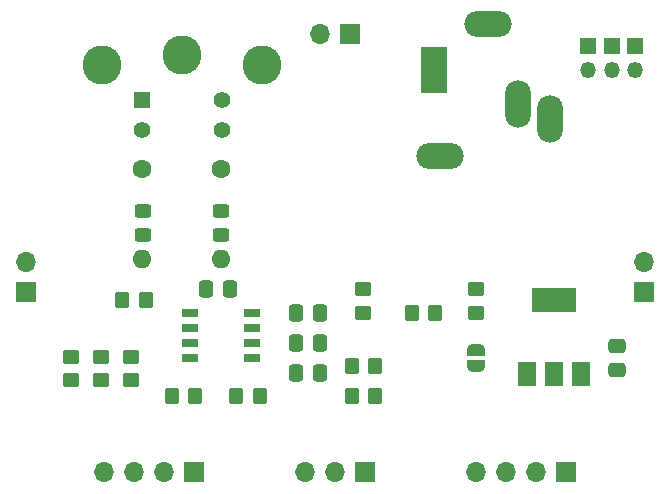
<source format=gts>
G04 #@! TF.GenerationSoftware,KiCad,Pcbnew,(6.0.0)*
G04 #@! TF.CreationDate,2022-02-21T16:40:38+01:00*
G04 #@! TF.ProjectId,rfreplacement,72667265-706c-4616-9365-6d656e742e6b,rev?*
G04 #@! TF.SameCoordinates,Original*
G04 #@! TF.FileFunction,Soldermask,Top*
G04 #@! TF.FilePolarity,Negative*
%FSLAX46Y46*%
G04 Gerber Fmt 4.6, Leading zero omitted, Abs format (unit mm)*
G04 Created by KiCad (PCBNEW (6.0.0)) date 2022-02-21 16:40:38*
%MOMM*%
%LPD*%
G01*
G04 APERTURE LIST*
G04 Aperture macros list*
%AMRoundRect*
0 Rectangle with rounded corners*
0 $1 Rounding radius*
0 $2 $3 $4 $5 $6 $7 $8 $9 X,Y pos of 4 corners*
0 Add a 4 corners polygon primitive as box body*
4,1,4,$2,$3,$4,$5,$6,$7,$8,$9,$2,$3,0*
0 Add four circle primitives for the rounded corners*
1,1,$1+$1,$2,$3*
1,1,$1+$1,$4,$5*
1,1,$1+$1,$6,$7*
1,1,$1+$1,$8,$9*
0 Add four rect primitives between the rounded corners*
20,1,$1+$1,$2,$3,$4,$5,0*
20,1,$1+$1,$4,$5,$6,$7,0*
20,1,$1+$1,$6,$7,$8,$9,0*
20,1,$1+$1,$8,$9,$2,$3,0*%
%AMFreePoly0*
4,1,22,0.500000,-0.750000,0.000000,-0.750000,0.000000,-0.745033,-0.079941,-0.743568,-0.215256,-0.701293,-0.333266,-0.622738,-0.424486,-0.514219,-0.481581,-0.384460,-0.499164,-0.250000,-0.500000,-0.250000,-0.500000,0.250000,-0.499164,0.250000,-0.499963,0.256109,-0.478152,0.396186,-0.417904,0.524511,-0.324060,0.630769,-0.204165,0.706417,-0.067858,0.745374,0.000000,0.744959,0.000000,0.750000,
0.500000,0.750000,0.500000,-0.750000,0.500000,-0.750000,$1*%
%AMFreePoly1*
4,1,20,0.000000,0.744959,0.073905,0.744508,0.209726,0.703889,0.328688,0.626782,0.421226,0.519385,0.479903,0.390333,0.500000,0.250000,0.500000,-0.250000,0.499851,-0.262216,0.476331,-0.402017,0.414519,-0.529596,0.319384,-0.634700,0.198574,-0.708877,0.061801,-0.746166,0.000000,-0.745033,0.000000,-0.750000,-0.500000,-0.750000,-0.500000,0.750000,0.000000,0.750000,0.000000,0.744959,
0.000000,0.744959,$1*%
G04 Aperture macros list end*
%ADD10R,1.700000X1.700000*%
%ADD11O,1.700000X1.700000*%
%ADD12R,1.450000X0.800000*%
%ADD13RoundRect,0.250000X-0.475000X0.337500X-0.475000X-0.337500X0.475000X-0.337500X0.475000X0.337500X0*%
%ADD14RoundRect,0.250000X0.337500X0.475000X-0.337500X0.475000X-0.337500X-0.475000X0.337500X-0.475000X0*%
%ADD15RoundRect,0.250000X-0.337500X-0.475000X0.337500X-0.475000X0.337500X0.475000X-0.337500X0.475000X0*%
%ADD16FreePoly0,270.000000*%
%ADD17FreePoly1,270.000000*%
%ADD18RoundRect,0.250000X-0.350000X-0.450000X0.350000X-0.450000X0.350000X0.450000X-0.350000X0.450000X0*%
%ADD19RoundRect,0.250000X0.450000X-0.350000X0.450000X0.350000X-0.450000X0.350000X-0.450000X-0.350000X0*%
%ADD20RoundRect,0.250000X-0.450000X0.350000X-0.450000X-0.350000X0.450000X-0.350000X0.450000X0.350000X0*%
%ADD21RoundRect,0.250000X0.350000X0.450000X-0.350000X0.450000X-0.350000X-0.450000X0.350000X-0.450000X0*%
%ADD22R,1.500000X2.000000*%
%ADD23R,3.800000X2.000000*%
%ADD24O,2.200000X4.000000*%
%ADD25O,4.000000X2.200000*%
%ADD26R,2.200000X4.000000*%
%ADD27R,1.398000X1.398000*%
%ADD28C,1.398000*%
%ADD29C,3.306000*%
%ADD30R,1.350000X1.350000*%
%ADD31O,1.350000X1.350000*%
%ADD32RoundRect,0.250000X0.450000X-0.325000X0.450000X0.325000X-0.450000X0.325000X-0.450000X-0.325000X0*%
%ADD33C,1.600000*%
%ADD34O,1.600000X1.600000*%
G04 APERTURE END LIST*
D10*
X144272000Y-99822000D03*
D11*
X141732000Y-99822000D03*
X139192000Y-99822000D03*
X136652000Y-99822000D03*
D12*
X117687000Y-90170000D03*
X117687000Y-88900000D03*
X117687000Y-87630000D03*
X117687000Y-86360000D03*
X112437000Y-86360000D03*
X112437000Y-87630000D03*
X112437000Y-88900000D03*
X112437000Y-90170000D03*
D13*
X148590000Y-89123500D03*
X148590000Y-91198500D03*
D14*
X115845500Y-84328000D03*
X113770500Y-84328000D03*
D15*
X121399500Y-88900000D03*
X123474500Y-88900000D03*
D14*
X123474500Y-86360000D03*
X121399500Y-86360000D03*
D16*
X136652000Y-89505000D03*
D17*
X136652000Y-90805000D03*
D18*
X106696000Y-85217000D03*
X108696000Y-85217000D03*
X116357000Y-93345000D03*
X118357000Y-93345000D03*
D19*
X102362000Y-92050000D03*
X102362000Y-90050000D03*
D20*
X107442000Y-90050000D03*
X107442000Y-92050000D03*
D19*
X104902000Y-92050000D03*
X104902000Y-90050000D03*
D20*
X136652000Y-84335000D03*
X136652000Y-86335000D03*
X127127000Y-84335000D03*
X127127000Y-86335000D03*
D21*
X128127000Y-93345000D03*
X126127000Y-93345000D03*
D22*
X140956000Y-91542000D03*
X143256000Y-91542000D03*
X145556000Y-91542000D03*
D23*
X143256000Y-85242000D03*
D21*
X112887000Y-93345000D03*
X110887000Y-93345000D03*
D18*
X126127000Y-90805000D03*
X128127000Y-90805000D03*
D14*
X123474500Y-91440000D03*
X121399500Y-91440000D03*
D10*
X127254000Y-99822000D03*
D11*
X124714000Y-99822000D03*
X122174000Y-99822000D03*
D18*
X131207000Y-86360000D03*
X133207000Y-86360000D03*
D10*
X112776000Y-99822000D03*
D11*
X110236000Y-99822000D03*
X107696000Y-99822000D03*
X105156000Y-99822000D03*
D24*
X142896000Y-69886000D03*
X140196000Y-68686000D03*
D25*
X137696000Y-61886000D03*
D26*
X133096000Y-65786000D03*
D25*
X133596000Y-73086000D03*
D27*
X108410000Y-68326000D03*
D28*
X115110000Y-68326000D03*
X108410000Y-70816000D03*
X115110000Y-70816000D03*
D29*
X111760000Y-64516000D03*
X118520000Y-65326000D03*
X105000000Y-65326000D03*
D30*
X146156000Y-63772000D03*
D31*
X146156000Y-65772000D03*
D30*
X148156000Y-63772000D03*
D31*
X148156000Y-65772000D03*
D30*
X150156000Y-63772000D03*
D31*
X150156000Y-65772000D03*
D32*
X115062000Y-79774000D03*
X115062000Y-77724000D03*
X108458000Y-79756000D03*
X108458000Y-77706000D03*
D10*
X125984000Y-62738000D03*
D11*
X123444000Y-62738000D03*
D10*
X150876000Y-84582000D03*
D11*
X150876000Y-82042000D03*
D10*
X98552000Y-84582000D03*
D11*
X98552000Y-82042000D03*
D33*
X108406000Y-74152000D03*
D34*
X108406000Y-81772000D03*
D33*
X115062000Y-74168000D03*
D34*
X115062000Y-81788000D03*
M02*

</source>
